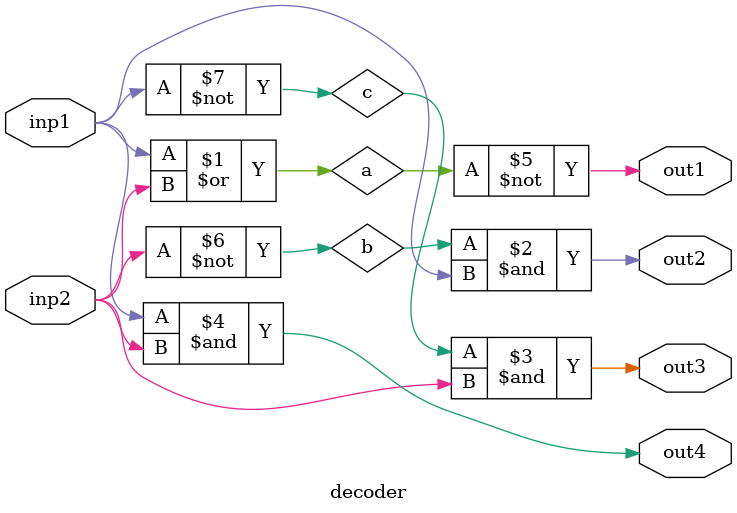
<source format=v>
module decoder(inp1, inp2, out1, out2, out3, out4);
	//input ports
	input inp1;
	input inp2;

	//output ports
	output out1;
	output out2;
	output out3;
	output out4;

	wire a;
	wire b;
	wire c;


	//Out1 es 1, solo si ambos inputs son 0
	or(a, inp1, inp2);
	not(out1, a);

	//Out2 es 1, solo si inp1 es 1 y inp2 es 0
	not(b, inp2);
	and(out2, b,inp1);

	//Out3 es 1, solo si inp1 es 0 y inp2 es 1
	not(c, inp1);
	and(out3, c,inp2);

	//Out4 es 1, solo si inp1 es 1 y inp2 es 1
	and(out4, inp1,inp2);	

endmodule



</source>
